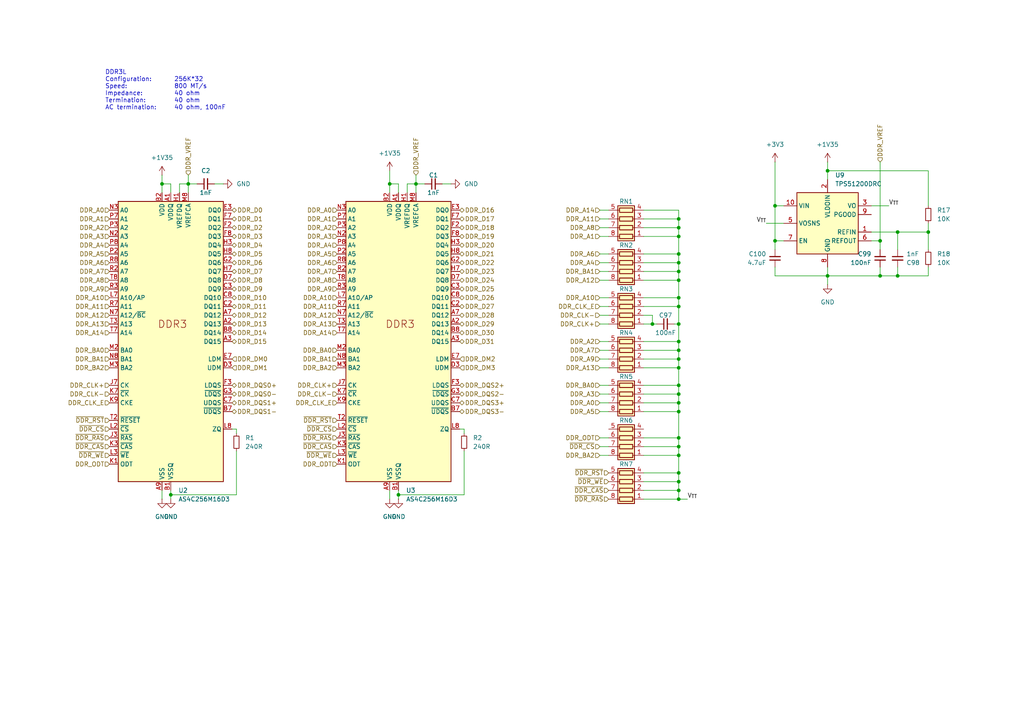
<source format=kicad_sch>
(kicad_sch (version 20231120) (generator "eeschema") (generator_version "8.0")
  (paper "A4")
  (lib_symbols
    (symbol "Device:C_Small" (pin_numbers hide) (pin_names (offset 0.254) hide)
      (property "Reference" "C" (at 0.254 1.778 0))
      (property "Value" "C_Small" (at 0.254 -2.032 0))
      (symbol "C_Small_0_1"
        (polyline (pts (xy -1.524 -0.508) (xy 1.524 -0.508)) (stroke (width 0.3302)))
        (polyline (pts (xy -1.524 0.508) (xy 1.524 0.508)) (stroke (width 0.3048)))
      )
      (symbol "C_Small_1_1"
        (pin passive line (at 0 2.54 270) (length 2.032) (name "~") (number "1"))
        (pin passive line (at 0 -2.54 90) (length 2.032) (name "~") (number "2"))
      )
    )
    (symbol "Device:R_Pack04" (pin_names (offset 0) hide)
      (property "Reference" "RN" (at -7.62 0 90))
      (property "Value" "R_Pack04" (at 5.08 0 90))
      (symbol "R_Pack04_0_1"
        (rectangle (start -6.35 -2.413) (end 3.81 2.413) (stroke (width 0.254)) (fill (type background)))
        (rectangle (start -5.715 1.905) (end -4.445 -1.905) (stroke (width 0.254)))
        (rectangle (start -3.175 1.905) (end -1.905 -1.905) (stroke (width 0.254)))
        (rectangle (start -0.635 1.905) (end 0.635 -1.905) (stroke (width 0.254)))
        (polyline (pts (xy -5.08 -2.54) (xy -5.08 -1.905)))
        (polyline (pts (xy -5.08 1.905) (xy -5.08 2.54)))
        (polyline (pts (xy -2.54 -2.54) (xy -2.54 -1.905)))
        (polyline (pts (xy -2.54 1.905) (xy -2.54 2.54)))
        (polyline (pts (xy 0 -2.54) (xy 0 -1.905)))
        (polyline (pts (xy 0 1.905) (xy 0 2.54)))
        (polyline (pts (xy 2.54 -2.54) (xy 2.54 -1.905)))
        (polyline (pts (xy 2.54 1.905) (xy 2.54 2.54)))
        (rectangle (start 1.905 1.905) (end 3.175 -1.905) (stroke (width 0.254)))
      )
      (symbol "R_Pack04_1_1"
        (pin passive line (at -5.08 -5.08 90) (length 2.54) (name "R1.1") (number "1"))
        (pin passive line (at -2.54 -5.08 90) (length 2.54) (name "R2.1") (number "2"))
        (pin passive line (at 0 -5.08 90) (length 2.54) (name "R3.1") (number "3"))
        (pin passive line (at 2.54 -5.08 90) (length 2.54) (name "R4.1") (number "4"))
        (pin passive line (at 2.54 5.08 270) (length 2.54) (name "R4.2") (number "5"))
        (pin passive line (at 0 5.08 270) (length 2.54) (name "R3.2") (number "6"))
        (pin passive line (at -2.54 5.08 270) (length 2.54) (name "R2.2") (number "7"))
        (pin passive line (at -5.08 5.08 270) (length 2.54) (name "R1.2") (number "8"))
      )
    )
    (symbol "Device:R_Small" (pin_numbers hide) (pin_names (offset 0.254) hide)
      (property "Reference" "R" (at 0.762 0.508 0))
      (property "Value" "R_Small" (at 0.762 -1.016 0))
      (symbol "R_Small_0_1"
        (rectangle (start -0.762 1.778) (end 0.762 -1.778) (stroke (width 0.2032)))
      )
      (symbol "R_Small_1_1"
        (pin passive line (at 0 2.54 270) (length 0.762) (name "~") (number "1"))
        (pin passive line (at 0 -2.54 90) (length 0.762) (name "~") (number "2"))
      )
    )
    (symbol "Memory_RAM:AS4C256M16D3"
      (property "Reference" "U" (at -13.97 41.91 0))
      (property "Value" "AS4C256M16D3" (at 13.97 41.91 0))
      (symbol "AS4C256M16D3_0_1"
        (rectangle (start -15.24 -40.64) (end 15.24 40.64) (stroke (width 0.254)) (fill (type background)))
        (pin power_in line (at 0 43.18 270) (length 2.54) (name "VDDQ") (number "A1"))
        (pin passive line (at 0 43.18 270) (length 2.54) hide (name "VDDQ") (number "A8"))
        (pin power_in line (at -2.54 -43.18 90) (length 2.54) (name "VSS") (number "A9"))
        (pin power_in line (at 0 -43.18 90) (length 2.54) (name "VSSQ") (number "B1"))
        (pin power_in line (at -2.54 43.18 270) (length 2.54) (name "VDD") (number "B2"))
        (pin passive line (at -2.54 -43.18 90) (length 2.54) hide (name "VSS") (number "B3"))
        (pin passive line (at 0 -43.18 90) (length 2.54) hide (name "VSSQ") (number "B9"))
        (pin passive line (at 0 43.18 270) (length 2.54) hide (name "VDDQ") (number "C1"))
        (pin passive line (at 0 43.18 270) (length 2.54) hide (name "VDDQ") (number "C9"))
        (pin passive line (at 0 -43.18 90) (length 2.54) hide (name "VSSQ") (number "D1"))
        (pin passive line (at 0 43.18 270) (length 2.54) hide (name "VDDQ") (number "D2"))
        (pin passive line (at 0 -43.18 90) (length 2.54) hide (name "VSSQ") (number "D8"))
        (pin passive line (at -2.54 43.18 270) (length 2.54) hide (name "VDD") (number "D9"))
        (pin passive line (at -2.54 -43.18 90) (length 2.54) hide (name "VSS") (number "E1"))
        (pin passive line (at 0 -43.18 90) (length 2.54) hide (name "VSSQ") (number "E2"))
        (pin bidirectional line (at 17.78 38.1 180) (length 2.54) (name "DQ0") (number "E3"))
        (pin passive line (at 0 -43.18 90) (length 2.54) hide (name "VSSQ") (number "E8"))
        (pin passive line (at 0 43.18 270) (length 2.54) hide (name "VDDQ") (number "E9"))
        (pin passive line (at 0 43.18 270) (length 2.54) hide (name "VDDQ") (number "F1"))
        (pin bidirectional line (at 17.78 33.02 180) (length 2.54) (name "DQ2") (number "F2"))
        (pin bidirectional line (at 17.78 35.56 180) (length 2.54) (name "DQ1") (number "F7"))
        (pin bidirectional line (at 17.78 30.48 180) (length 2.54) (name "DQ3") (number "F8"))
        (pin passive line (at 0 -43.18 90) (length 2.54) hide (name "VSSQ") (number "F9"))
        (pin passive line (at 0 -43.18 90) (length 2.54) hide (name "VSSQ") (number "G1"))
        (pin bidirectional line (at 17.78 22.86 180) (length 2.54) (name "DQ6") (number "G2"))
        (pin passive line (at -2.54 43.18 270) (length 2.54) hide (name "VDD") (number "G7"))
        (pin passive line (at -2.54 -43.18 90) (length 2.54) hide (name "VSS") (number "G8"))
        (pin passive line (at 0 -43.18 90) (length 2.54) hide (name "VSSQ") (number "G9"))
        (pin power_in line (at 2.54 43.18 270) (length 2.54) (name "VREFDQ") (number "H1"))
        (pin passive line (at 0 43.18 270) (length 2.54) hide (name "VDDQ") (number "H2"))
        (pin bidirectional line (at 17.78 27.94 180) (length 2.54) (name "DQ4") (number "H3"))
        (pin bidirectional line (at 17.78 20.32 180) (length 2.54) (name "DQ7") (number "H7"))
        (pin bidirectional line (at 17.78 25.4 180) (length 2.54) (name "DQ5") (number "H8"))
        (pin passive line (at 0 43.18 270) (length 2.54) hide (name "VDDQ") (number "H9"))
        (pin passive line (at -2.54 -43.18 90) (length 2.54) hide (name "VSS") (number "J2"))
        (pin passive line (at -2.54 -43.18 90) (length 2.54) hide (name "VSS") (number "J8"))
        (pin passive line (at -2.54 43.18 270) (length 2.54) hide (name "VDD") (number "K2"))
        (pin passive line (at -2.54 43.18 270) (length 2.54) hide (name "VDD") (number "K8"))
        (pin input line (at -17.78 -25.4 0) (length 2.54) (name "~{CS}") (number "L2"))
        (pin input line (at -17.78 12.7 0) (length 2.54) (name "A10/AP") (number "L7"))
        (pin passive line (at -2.54 -43.18 90) (length 2.54) hide (name "VSS") (number "M1"))
        (pin passive line (at -2.54 -43.18 90) (length 2.54) hide (name "VSS") (number "M9"))
        (pin passive line (at -2.54 43.18 270) (length 2.54) hide (name "VDD") (number "N1"))
        (pin input line (at -17.78 30.48 0) (length 2.54) (name "A3") (number "N2"))
        (pin input line (at -17.78 38.1 0) (length 2.54) (name "A0") (number "N3"))
        (pin input line (at -17.78 7.62 0) (length 2.54) (name "A12/~{BC}") (number "N7"))
        (pin passive line (at -2.54 43.18 270) (length 2.54) hide (name "VDD") (number "N9"))
        (pin passive line (at -2.54 -43.18 90) (length 2.54) hide (name "VSS") (number "P1"))
        (pin input line (at -17.78 25.4 0) (length 2.54) (name "A5") (number "P2"))
        (pin input line (at -17.78 33.02 0) (length 2.54) (name "A2") (number "P3"))
        (pin input line (at -17.78 35.56 0) (length 2.54) (name "A1") (number "P7"))
        (pin input line (at -17.78 27.94 0) (length 2.54) (name "A4") (number "P8"))
        (pin passive line (at -2.54 -43.18 90) (length 2.54) hide (name "VSS") (number "P9"))
        (pin passive line (at -2.54 43.18 270) (length 2.54) hide (name "VDD") (number "R1"))
        (pin input line (at -17.78 20.32 0) (length 2.54) (name "A7") (number "R2"))
        (pin input line (at -17.78 15.24 0) (length 2.54) (name "A9") (number "R3"))
        (pin input line (at -17.78 10.16 0) (length 2.54) (name "A11") (number "R7"))
        (pin input line (at -17.78 22.86 0) (length 2.54) (name "A6") (number "R8"))
        (pin passive line (at -2.54 43.18 270) (length 2.54) hide (name "VDD") (number "R9"))
        (pin passive line (at -2.54 -43.18 90) (length 2.54) hide (name "VSS") (number "T1"))
        (pin input line (at -17.78 -22.86 0) (length 2.54) (name "~{RESET}") (number "T2"))
        (pin input line (at -17.78 5.08 0) (length 2.54) (name "A13") (number "T3"))
        (pin input line (at -17.78 2.54 0) (length 2.54) (name "A14") (number "T7"))
        (pin input line (at -17.78 17.78 0) (length 2.54) (name "A8") (number "T8"))
        (pin passive line (at -2.54 -43.18 90) (length 2.54) hide (name "VSS") (number "T9"))
      )
      (symbol "AS4C256M16D3_1_1"
        (text "DDR3" (at -3.81 3.81 0) (effects (font (size 2.1336 2.1336)) (justify left bottom)))
        (pin bidirectional line (at 17.78 5.08 180) (length 2.54) (name "DQ13") (number "A2"))
        (pin bidirectional line (at 17.78 0 180) (length 2.54) (name "DQ15") (number "A3"))
        (pin bidirectional line (at 17.78 7.62 180) (length 2.54) (name "DQ12") (number "A7"))
        (pin bidirectional line (at 17.78 -20.32 180) (length 2.54) (name "~{UDQS}") (number "B7"))
        (pin bidirectional line (at 17.78 2.54 180) (length 2.54) (name "DQ14") (number "B8"))
        (pin bidirectional line (at 17.78 10.16 180) (length 2.54) (name "DQ11") (number "C2"))
        (pin bidirectional line (at 17.78 15.24 180) (length 2.54) (name "DQ9") (number "C3"))
        (pin bidirectional line (at 17.78 -17.78 180) (length 2.54) (name "UDQS") (number "C7"))
        (pin bidirectional line (at 17.78 12.7 180) (length 2.54) (name "DQ10") (number "C8"))
        (pin input line (at 17.78 -7.62 180) (length 2.54) (name "UDM") (number "D3"))
        (pin bidirectional line (at 17.78 17.78 180) (length 2.54) (name "DQ8") (number "D7"))
        (pin input line (at 17.78 -5.08 180) (length 2.54) (name "LDM") (number "E7"))
        (pin bidirectional line (at 17.78 -12.7 180) (length 2.54) (name "LDQS") (number "F3"))
        (pin bidirectional line (at 17.78 -15.24 180) (length 2.54) (name "~{LDQS}") (number "G3"))
        (pin no_connect line (at 15.24 -27.94 180) (length 2.54) hide (name "NC") (number "J1"))
        (pin input line (at -17.78 -27.94 0) (length 2.54) (name "~{RAS}") (number "J3"))
        (pin input line (at -17.78 -12.7 0) (length 2.54) (name "CK") (number "J7"))
        (pin no_connect line (at 15.24 -30.48 180) (length 2.54) hide (name "NC") (number "J9"))
        (pin input line (at -17.78 -35.56 0) (length 2.54) (name "ODT") (number "K1"))
        (pin input line (at -17.78 -30.48 0) (length 2.54) (name "~{CAS}") (number "K3"))
        (pin input line (at -17.78 -15.24 0) (length 2.54) (name "~{CK}") (number "K7"))
        (pin input line (at -17.78 -17.78 0) (length 2.54) (name "CKE") (number "K9"))
        (pin no_connect line (at 15.24 -33.02 180) (length 2.54) hide (name "NC") (number "L1"))
        (pin input line (at -17.78 -33.02 0) (length 2.54) (name "~{WE}") (number "L3"))
        (pin input line (at 17.78 -25.4 180) (length 2.54) (name "ZQ") (number "L8"))
        (pin no_connect line (at 15.24 -35.56 180) (length 2.54) hide (name "NC") (number "L9"))
        (pin input line (at -17.78 -2.54 0) (length 2.54) (name "BA0") (number "M2"))
        (pin input line (at -17.78 -7.62 0) (length 2.54) (name "BA2") (number "M3"))
        (pin no_connect line (at 15.24 -38.1 180) (length 2.54) hide (name "NC") (number "M7"))
        (pin power_in line (at 5.08 43.18 270) (length 2.54) (name "VREFCA") (number "M8"))
        (pin input line (at -17.78 -5.08 0) (length 2.54) (name "BA1") (number "N8"))
      )
    )
    (symbol "Regulator_Linear:TPS51200DRC"
      (property "Reference" "U" (at -7.62 10.16 0))
      (property "Value" "TPS51200DRC" (at 7.62 10.16 0))
      (symbol "TPS51200DRC_0_1"
        (rectangle (start -8.89 -8.89) (end 8.89 8.89) (stroke (width 0.254)) (fill (type background)))
        (pin input line (at 12.7 -2.54 180) (length 3.81) (name "REFIN") (number "1"))
        (pin power_in line (at -12.7 5.08 0) (length 3.81) (name "VIN") (number "10"))
        (pin passive line (at 0 -12.7 90) (length 3.81) hide (name "GND") (number "11"))
        (pin power_in line (at 0 12.7 270) (length 3.81) (name "VLDOIN") (number "2"))
        (pin power_out line (at 12.7 5.08 180) (length 3.81) (name "VO") (number "3"))
        (pin passive line (at 0 -12.7 90) (length 3.81) hide (name "GND") (number "4"))
        (pin input line (at -12.7 0 0) (length 3.81) (name "VOSNS") (number "5"))
        (pin output line (at 12.7 -5.08 180) (length 3.81) (name "REFOUT") (number "6"))
        (pin input line (at -12.7 -5.08 0) (length 3.81) (name "EN") (number "7"))
        (pin power_in line (at 0 -12.7 90) (length 3.81) (name "GND") (number "8"))
        (pin open_collector line (at 12.7 2.54 180) (length 3.81) (name "PGOOD") (number "9"))
      )
    )
    (symbol "power:+1V35" (power) (pin_numbers hide) (pin_names (offset 0) hide)
      (property "Value" "+1V35" (at 0 3.556 0))
      (symbol "+1V35_0_1"
        (polyline (pts (xy -0.762 1.27) (xy 0 2.54)))
        (polyline (pts (xy 0 0) (xy 0 2.54)))
        (polyline (pts (xy 0 2.54) (xy 0.762 1.27)))
      )
      (symbol "+1V35_1_1"
        (pin power_in line (at 0 0 90) (length 0) (name "~") (number "1"))
      )
    )
    (symbol "power:+3V3" (power) (pin_numbers hide) (pin_names (offset 0) hide)
      (property "Value" "+3V3" (at 0 3.556 0))
      (symbol "+3V3_0_1"
        (polyline (pts (xy -0.762 1.27) (xy 0 2.54)))
        (polyline (pts (xy 0 0) (xy 0 2.54)))
        (polyline (pts (xy 0 2.54) (xy 0.762 1.27)))
      )
      (symbol "+3V3_1_1"
        (pin power_in line (at 0 0 90) (length 0) (name "~") (number "1"))
      )
    )
    (symbol "power:GND" (power) (pin_numbers hide) (pin_names (offset 0) hide)
      (property "Value" "GND" (at 0 -3.81 0))
      (symbol "GND_0_1"
        (polyline (pts (xy 0 0) (xy 0 -1.27) (xy 1.27 -1.27) (xy 0 -2.54) (xy -1.27 -1.27) (xy 0 -1.27)))
      )
      (symbol "GND_1_1"
        (pin power_in line (at 0 0 270) (length 0) (name "~") (number "1"))
      )
    )
  )
  (junction (at 196.85 114.3))
  (junction (at 113.03 53.34))
  (junction (at 196.85 81.28))
  (junction (at 196.85 127))
  (junction (at 196.85 93.98))
  (junction (at 196.85 68.58))
  (junction (at 196.85 116.84))
  (junction (at 196.85 101.6))
  (junction (at 255.27 69.85))
  (junction (at 255.27 80.01))
  (junction (at 196.85 104.14))
  (junction (at 196.85 132.08))
  (junction (at 115.57 143.51))
  (junction (at 269.24 67.31))
  (junction (at 196.85 78.74))
  (junction (at 196.85 66.04))
  (junction (at 260.35 67.31))
  (junction (at 240.03 80.01))
  (junction (at 240.03 49.53))
  (junction (at 196.85 111.76))
  (junction (at 49.53 143.51))
  (junction (at 196.85 73.66))
  (junction (at 196.85 144.78))
  (junction (at 224.79 59.69))
  (junction (at 196.85 99.06))
  (junction (at 196.85 76.2))
  (junction (at 196.85 106.68))
  (junction (at 224.79 69.85))
  (junction (at 196.85 142.24))
  (junction (at 196.85 119.38))
  (junction (at 260.35 80.01))
  (junction (at 46.99 53.34))
  (junction (at 120.65 53.34))
  (junction (at 189.23 93.98))
  (junction (at 196.85 88.9))
  (junction (at 196.85 86.36))
  (junction (at 196.85 137.16))
  (junction (at 196.85 63.5))
  (junction (at 196.85 139.7))
  (junction (at 54.61 53.34))
  (junction (at 196.85 129.54))
  (wire (pts (xy 186.69 111.76) (xy 196.85 111.76)))
  (wire (pts (xy 196.85 81.28) (xy 196.85 86.36)))
  (wire (pts (xy 196.85 73.66) (xy 196.85 76.2)))
  (wire (pts (xy 115.57 53.34) (xy 113.03 53.34)))
  (wire (pts (xy 57.15 53.34) (xy 54.61 53.34)))
  (wire (pts (xy 173.99 91.44) (xy 176.53 91.44)))
  (wire (pts (xy 186.69 129.54) (xy 196.85 129.54)))
  (wire (pts (xy 240.03 46.99) (xy 240.03 49.53)))
  (wire (pts (xy 46.99 53.34) (xy 46.99 55.88)))
  (wire (pts (xy 134.62 130.81) (xy 134.62 143.51)))
  (wire (pts (xy 46.99 50.8) (xy 46.99 53.34)))
  (wire (pts (xy 196.85 132.08) (xy 196.85 129.54)))
  (wire (pts (xy 52.07 53.34) (xy 54.61 53.34)))
  (wire (pts (xy 133.35 124.46) (xy 134.62 124.46)))
  (wire (pts (xy 224.79 69.85) (xy 224.79 72.39)))
  (wire (pts (xy 255.27 80.01) (xy 240.03 80.01)))
  (wire (pts (xy 128.27 53.34) (xy 130.81 53.34)))
  (wire (pts (xy 196.85 60.96) (xy 196.85 63.5)))
  (wire (pts (xy 196.85 114.3) (xy 196.85 111.76)))
  (wire (pts (xy 54.61 50.8) (xy 54.61 53.34)))
  (wire (pts (xy 134.62 143.51) (xy 115.57 143.51)))
  (wire (pts (xy 186.69 106.68) (xy 196.85 106.68)))
  (wire (pts (xy 186.69 99.06) (xy 196.85 99.06)))
  (wire (pts (xy 173.99 127) (xy 176.53 127)))
  (wire (pts (xy 240.03 80.01) (xy 240.03 77.47)))
  (wire (pts (xy 186.69 144.78) (xy 196.85 144.78)))
  (wire (pts (xy 173.99 129.54) (xy 176.53 129.54)))
  (wire (pts (xy 173.99 93.98) (xy 176.53 93.98)))
  (wire (pts (xy 196.85 63.5) (xy 196.85 66.04)))
  (wire (pts (xy 173.99 63.5) (xy 176.53 63.5)))
  (wire (pts (xy 68.58 143.51) (xy 49.53 143.51)))
  (wire (pts (xy 173.99 111.76) (xy 176.53 111.76)))
  (wire (pts (xy 134.62 124.46) (xy 134.62 125.73)))
  (wire (pts (xy 186.69 132.08) (xy 196.85 132.08)))
  (wire (pts (xy 269.24 67.31) (xy 260.35 67.31)))
  (wire (pts (xy 196.85 88.9) (xy 196.85 93.98)))
  (wire (pts (xy 222.25 64.77) (xy 227.33 64.77)))
  (wire (pts (xy 269.24 64.77) (xy 269.24 67.31)))
  (wire (pts (xy 186.69 101.6) (xy 196.85 101.6)))
  (wire (pts (xy 255.27 77.47) (xy 255.27 80.01)))
  (wire (pts (xy 196.85 93.98) (xy 195.58 93.98)))
  (wire (pts (xy 186.69 63.5) (xy 196.85 63.5)))
  (wire (pts (xy 269.24 77.47) (xy 269.24 80.01)))
  (wire (pts (xy 240.03 82.55) (xy 240.03 80.01)))
  (wire (pts (xy 186.69 66.04) (xy 196.85 66.04)))
  (wire (pts (xy 62.23 53.34) (xy 64.77 53.34)))
  (wire (pts (xy 196.85 137.16) (xy 196.85 139.7)))
  (wire (pts (xy 196.85 101.6) (xy 196.85 104.14)))
  (wire (pts (xy 190.5 93.98) (xy 189.23 93.98)))
  (wire (pts (xy 196.85 116.84) (xy 196.85 114.3)))
  (wire (pts (xy 186.69 142.24) (xy 196.85 142.24)))
  (wire (pts (xy 173.99 68.58) (xy 176.53 68.58)))
  (wire (pts (xy 113.03 49.53) (xy 113.03 53.34)))
  (wire (pts (xy 240.03 49.53) (xy 240.03 52.07)))
  (wire (pts (xy 196.85 99.06) (xy 196.85 101.6)))
  (wire (pts (xy 68.58 124.46) (xy 68.58 125.73)))
  (wire (pts (xy 118.11 53.34) (xy 120.65 53.34)))
  (wire (pts (xy 113.03 142.24) (xy 113.03 144.78)))
  (wire (pts (xy 173.99 60.96) (xy 176.53 60.96)))
  (wire (pts (xy 269.24 49.53) (xy 240.03 49.53)))
  (wire (pts (xy 173.99 114.3) (xy 176.53 114.3)))
  (wire (pts (xy 186.69 119.38) (xy 196.85 119.38)))
  (wire (pts (xy 260.35 80.01) (xy 255.27 80.01)))
  (wire (pts (xy 186.69 88.9) (xy 196.85 88.9)))
  (wire (pts (xy 186.69 139.7) (xy 196.85 139.7)))
  (wire (pts (xy 49.53 143.51) (xy 49.53 144.78)))
  (wire (pts (xy 260.35 67.31) (xy 260.35 72.39)))
  (wire (pts (xy 186.69 127) (xy 196.85 127)))
  (wire (pts (xy 196.85 60.96) (xy 186.69 60.96)))
  (wire (pts (xy 173.99 104.14) (xy 176.53 104.14)))
  (wire (pts (xy 186.69 93.98) (xy 189.23 93.98)))
  (wire (pts (xy 67.31 124.46) (xy 68.58 124.46)))
  (wire (pts (xy 49.53 53.34) (xy 46.99 53.34)))
  (wire (pts (xy 52.07 55.88) (xy 52.07 53.34)))
  (wire (pts (xy 115.57 142.24) (xy 115.57 143.51)))
  (wire (pts (xy 196.85 142.24) (xy 196.85 139.7)))
  (wire (pts (xy 252.73 67.31) (xy 260.35 67.31)))
  (wire (pts (xy 186.69 104.14) (xy 196.85 104.14)))
  (wire (pts (xy 120.65 50.8) (xy 120.65 53.34)))
  (wire (pts (xy 186.69 73.66) (xy 196.85 73.66)))
  (wire (pts (xy 173.99 76.2) (xy 176.53 76.2)))
  (wire (pts (xy 120.65 53.34) (xy 120.65 55.88)))
  (wire (pts (xy 46.99 142.24) (xy 46.99 144.78)))
  (wire (pts (xy 68.58 130.81) (xy 68.58 143.51)))
  (wire (pts (xy 196.85 78.74) (xy 196.85 81.28)))
  (wire (pts (xy 189.23 91.44) (xy 189.23 93.98)))
  (wire (pts (xy 196.85 68.58) (xy 196.85 73.66)))
  (wire (pts (xy 196.85 99.06) (xy 196.85 93.98)))
  (wire (pts (xy 255.27 46.99) (xy 255.27 69.85)))
  (wire (pts (xy 186.69 91.44) (xy 189.23 91.44)))
  (wire (pts (xy 173.99 119.38) (xy 176.53 119.38)))
  (wire (pts (xy 186.69 116.84) (xy 196.85 116.84)))
  (wire (pts (xy 224.79 80.01) (xy 240.03 80.01)))
  (wire (pts (xy 260.35 77.47) (xy 260.35 80.01)))
  (wire (pts (xy 255.27 69.85) (xy 255.27 72.39)))
  (wire (pts (xy 118.11 55.88) (xy 118.11 53.34)))
  (wire (pts (xy 269.24 80.01) (xy 260.35 80.01)))
  (wire (pts (xy 173.99 132.08) (xy 176.53 132.08)))
  (wire (pts (xy 186.69 114.3) (xy 196.85 114.3)))
  (wire (pts (xy 123.19 53.34) (xy 120.65 53.34)))
  (wire (pts (xy 196.85 76.2) (xy 196.85 78.74)))
  (wire (pts (xy 252.73 69.85) (xy 255.27 69.85)))
  (wire (pts (xy 199.39 144.78) (xy 196.85 144.78)))
  (wire (pts (xy 173.99 99.06) (xy 176.53 99.06)))
  (wire (pts (xy 196.85 86.36) (xy 196.85 88.9)))
  (wire (pts (xy 173.99 73.66) (xy 176.53 73.66)))
  (wire (pts (xy 269.24 72.39) (xy 269.24 67.31)))
  (wire (pts (xy 196.85 144.78) (xy 196.85 142.24)))
  (wire (pts (xy 224.79 59.69) (xy 227.33 59.69)))
  (wire (pts (xy 173.99 81.28) (xy 176.53 81.28)))
  (wire (pts (xy 224.79 69.85) (xy 227.33 69.85)))
  (wire (pts (xy 196.85 132.08) (xy 196.85 137.16)))
  (wire (pts (xy 186.69 78.74) (xy 196.85 78.74)))
  (wire (pts (xy 115.57 143.51) (xy 115.57 144.78)))
  (wire (pts (xy 196.85 111.76) (xy 196.85 106.68)))
  (wire (pts (xy 173.99 86.36) (xy 176.53 86.36)))
  (wire (pts (xy 186.69 81.28) (xy 196.85 81.28)))
  (wire (pts (xy 49.53 142.24) (xy 49.53 143.51)))
  (wire (pts (xy 173.99 66.04) (xy 176.53 66.04)))
  (wire (pts (xy 224.79 46.99) (xy 224.79 59.69)))
  (wire (pts (xy 196.85 119.38) (xy 196.85 116.84)))
  (wire (pts (xy 196.85 66.04) (xy 196.85 68.58)))
  (wire (pts (xy 186.69 137.16) (xy 196.85 137.16)))
  (wire (pts (xy 54.61 53.34) (xy 54.61 55.88)))
  (wire (pts (xy 186.69 76.2) (xy 196.85 76.2)))
  (wire (pts (xy 186.69 68.58) (xy 196.85 68.58)))
  (wire (pts (xy 224.79 77.47) (xy 224.79 80.01)))
  (wire (pts (xy 186.69 86.36) (xy 196.85 86.36)))
  (wire (pts (xy 49.53 55.88) (xy 49.53 53.34)))
  (wire (pts (xy 173.99 78.74) (xy 176.53 78.74)))
  (wire (pts (xy 196.85 119.38) (xy 196.85 127)))
  (wire (pts (xy 196.85 129.54) (xy 196.85 127)))
  (wire (pts (xy 196.85 106.68) (xy 196.85 104.14)))
  (wire (pts (xy 173.99 106.68) (xy 176.53 106.68)))
  (wire (pts (xy 224.79 59.69) (xy 224.79 69.85)))
  (wire (pts (xy 252.73 59.69) (xy 257.81 59.69)))
  (wire (pts (xy 173.99 116.84) (xy 176.53 116.84)))
  (wire (pts (xy 269.24 59.69) (xy 269.24 49.53)))
  (wire (pts (xy 113.03 53.34) (xy 113.03 55.88)))
  (wire (pts (xy 115.57 55.88) (xy 115.57 53.34)))
  (wire (pts (xy 173.99 88.9) (xy 176.53 88.9)))
  (wire (pts (xy 173.99 101.6) (xy 176.53 101.6)))
  (text "DDR3L\nConfiguration:	256K*32\nSpeed:     		800 MT/s\nImpedance:		40 ohm\nTermination:	40 ohm\nAC termination:	40 ohm, 100nF" (at 30.48 20.32 0) (effects (font (size 1.27 1.27)) (justify left top)))
  (label "V_{TT}" (at 257.81 59.69 0))
  (label "V_{TT}" (at 222.25 64.77 180))
  (label "V_{TT}" (at 199.39 144.78 0))
  (hierarchical_label "DDR_D30" (shape bidirectional) (at 133.35 96.52 0))
  (hierarchical_label "DDR_A14" (shape input) (at 173.99 60.96 180))
  (hierarchical_label "DDR_A7" (shape input) (at 97.79 78.74 180))
  (hierarchical_label "DDR_D2" (shape bidirectional) (at 67.31 66.04 0))
  (hierarchical_label "DDR_D26" (shape bidirectional) (at 133.35 86.36 0))
  (hierarchical_label "DDR_DQS2-" (shape bidirectional) (at 133.35 114.3 0))
  (hierarchical_label "DDR_DQS0+" (shape bidirectional) (at 67.31 111.76 0))
  (hierarchical_label "DDR_D12" (shape bidirectional) (at 67.31 91.44 0))
  (hierarchical_label "~{DDR_RST}" (shape input) (at 176.53 137.16 180))
  (hierarchical_label "DDR_A11" (shape input) (at 173.99 63.5 180))
  (hierarchical_label "~{DDR_CS}" (shape input) (at 31.75 124.46 180))
  (hierarchical_label "DDR_A4" (shape input) (at 173.99 76.2 180))
  (hierarchical_label "DDR_A6" (shape input) (at 97.79 76.2 180))
  (hierarchical_label "DDR_VREF" (shape input) (at 54.61 50.8 90))
  (hierarchical_label "DDR_D8" (shape bidirectional) (at 67.31 81.28 0))
  (hierarchical_label "DDR_A0" (shape input) (at 97.79 60.96 180))
  (hierarchical_label "DDR_DQS3+" (shape bidirectional) (at 133.35 116.84 0))
  (hierarchical_label "DDR_A1" (shape input) (at 31.75 63.5 180))
  (hierarchical_label "DDR_A1" (shape input) (at 97.79 63.5 180))
  (hierarchical_label "DDR_D11" (shape bidirectional) (at 67.31 88.9 0))
  (hierarchical_label "~{DDR_CS}" (shape input) (at 173.99 129.54 180))
  (hierarchical_label "DDR_CLK-" (shape input) (at 97.79 114.3 180))
  (hierarchical_label "~{DDR_WE}" (shape input) (at 97.79 132.08 180))
  (hierarchical_label "~{DDR_RAS}" (shape input) (at 31.75 127 180))
  (hierarchical_label "DDR_BA0" (shape input) (at 97.79 101.6 180))
  (hierarchical_label "DDR_A10" (shape input) (at 173.99 86.36 180))
  (hierarchical_label "DDR_A5" (shape input) (at 173.99 119.38 180))
  (hierarchical_label "DDR_A8" (shape input) (at 173.99 66.04 180))
  (hierarchical_label "DDR_DQS1-" (shape bidirectional) (at 67.31 119.38 0))
  (hierarchical_label "DDR_D24" (shape bidirectional) (at 133.35 81.28 0))
  (hierarchical_label "DDR_A8" (shape input) (at 97.79 81.28 180))
  (hierarchical_label "DDR_A12" (shape input) (at 173.99 81.28 180))
  (hierarchical_label "DDR_A6" (shape input) (at 173.99 73.66 180))
  (hierarchical_label "DDR_D5" (shape bidirectional) (at 67.31 73.66 0))
  (hierarchical_label "~{DDR_CAS}" (shape input) (at 31.75 129.54 180))
  (hierarchical_label "DDR_D15" (shape bidirectional) (at 67.31 99.06 0))
  (hierarchical_label "DDR_D4" (shape bidirectional) (at 67.31 71.12 0))
  (hierarchical_label "DDR_BA2" (shape input) (at 31.75 106.68 180))
  (hierarchical_label "DDR_BA0" (shape input) (at 31.75 101.6 180))
  (hierarchical_label "~{DDR_WE}" (shape input) (at 31.75 132.08 180))
  (hierarchical_label "DDR_A9" (shape input) (at 31.75 83.82 180))
  (hierarchical_label "DDR_ODT" (shape input) (at 97.79 134.62 180))
  (hierarchical_label "~{DDR_WE}" (shape input) (at 176.53 139.7 180))
  (hierarchical_label "DDR_D19" (shape bidirectional) (at 133.35 68.58 0))
  (hierarchical_label "DDR_A14" (shape input) (at 31.75 96.52 180))
  (hierarchical_label "DDR_D13" (shape bidirectional) (at 67.31 93.98 0))
  (hierarchical_label "DDR_A4" (shape input) (at 97.79 71.12 180))
  (hierarchical_label "DDR_DQS3-" (shape bidirectional) (at 133.35 119.38 0))
  (hierarchical_label "DDR_A3" (shape input) (at 173.99 114.3 180))
  (hierarchical_label "DDR_A7" (shape input) (at 173.99 101.6 180))
  (hierarchical_label "DDR_VREF" (shape input) (at 120.65 50.8 90))
  (hierarchical_label "DDR_D14" (shape bidirectional) (at 67.31 96.52 0))
  (hierarchical_label "DDR_CLK+" (shape input) (at 31.75 111.76 180))
  (hierarchical_label "DDR_D27" (shape bidirectional) (at 133.35 88.9 0))
  (hierarchical_label "DDR_D0" (shape bidirectional) (at 67.31 60.96 0))
  (hierarchical_label "~{DDR_RAS}" (shape input) (at 176.53 144.78 180))
  (hierarchical_label "DDR_DM3" (shape input) (at 133.35 106.68 0))
  (hierarchical_label "DDR_D20" (shape bidirectional) (at 133.35 71.12 0))
  (hierarchical_label "~{DDR_RST}" (shape input) (at 31.75 121.92 180))
  (hierarchical_label "DDR_BA1" (shape input) (at 31.75 104.14 180))
  (hierarchical_label "DDR_A4" (shape input) (at 31.75 71.12 180))
  (hierarchical_label "DDR_CLK_E" (shape input) (at 97.79 116.84 180))
  (hierarchical_label "DDR_DM2" (shape input) (at 133.35 104.14 0))
  (hierarchical_label "~{DDR_RST}" (shape input) (at 97.79 121.92 180))
  (hierarchical_label "DDR_A10" (shape input) (at 97.79 86.36 180))
  (hierarchical_label "DDR_A0" (shape input) (at 31.75 60.96 180))
  (hierarchical_label "DDR_D31" (shape bidirectional) (at 133.35 99.06 0))
  (hierarchical_label "DDR_D18" (shape bidirectional) (at 133.35 66.04 0))
  (hierarchical_label "DDR_A14" (shape input) (at 97.79 96.52 180))
  (hierarchical_label "DDR_D16" (shape bidirectional) (at 133.35 60.96 0))
  (hierarchical_label "DDR_DQS0-" (shape bidirectional) (at 67.31 114.3 0))
  (hierarchical_label "DDR_ODT" (shape input) (at 173.99 127 180))
  (hierarchical_label "DDR_A10" (shape input) (at 31.75 86.36 180))
  (hierarchical_label "DDR_A0" (shape input) (at 173.99 116.84 180))
  (hierarchical_label "DDR_A7" (shape input) (at 31.75 78.74 180))
  (hierarchical_label "DDR_A3" (shape input) (at 97.79 68.58 180))
  (hierarchical_label "DDR_D22" (shape bidirectional) (at 133.35 76.2 0))
  (hierarchical_label "~{DDR_CS}" (shape input) (at 97.79 124.46 180))
  (hierarchical_label "DDR_ODT" (shape input) (at 31.75 134.62 180))
  (hierarchical_label "DDR_D6" (shape bidirectional) (at 67.31 76.2 0))
  (hierarchical_label "DDR_A11" (shape input) (at 97.79 88.9 180))
  (hierarchical_label "DDR_CLK_E" (shape input) (at 31.75 116.84 180))
  (hierarchical_label "DDR_A9" (shape input) (at 173.99 104.14 180))
  (hierarchical_label "DDR_CLK_E" (shape input) (at 173.99 88.9 180))
  (hierarchical_label "DDR_A3" (shape input) (at 31.75 68.58 180))
  (hierarchical_label "DDR_CLK+" (shape input) (at 97.79 111.76 180))
  (hierarchical_label "DDR_A13" (shape input) (at 97.79 93.98 180))
  (hierarchical_label "DDR_CLK+" (shape input) (at 173.99 93.98 180))
  (hierarchical_label "DDR_BA1" (shape input) (at 173.99 78.74 180))
  (hierarchical_label "DDR_DM0" (shape input) (at 67.31 104.14 0))
  (hierarchical_label "DDR_D9" (shape bidirectional) (at 67.31 83.82 0))
  (hierarchical_label "~{DDR_CAS}" (shape input) (at 176.53 142.24 180))
  (hierarchical_label "DDR_D23" (shape bidirectional) (at 133.35 78.74 0))
  (hierarchical_label "DDR_DQS1+" (shape bidirectional) (at 67.31 116.84 0))
  (hierarchical_label "DDR_A5" (shape input) (at 97.79 73.66 180))
  (hierarchical_label "DDR_D21" (shape bidirectional) (at 133.35 73.66 0))
  (hierarchical_label "DDR_A13" (shape input) (at 173.99 106.68 180))
  (hierarchical_label "DDR_A2" (shape input) (at 97.79 66.04 180))
  (hierarchical_label "DDR_D28" (shape bidirectional) (at 133.35 91.44 0))
  (hierarchical_label "DDR_A13" (shape input) (at 31.75 93.98 180))
  (hierarchical_label "DDR_A2" (shape input) (at 31.75 66.04 180))
  (hierarchical_label "DDR_A9" (shape input) (at 97.79 83.82 180))
  (hierarchical_label "DDR_D3" (shape bidirectional) (at 67.31 68.58 0))
  (hierarchical_label "DDR_D10" (shape bidirectional) (at 67.31 86.36 0))
  (hierarchical_label "DDR_A1" (shape input) (at 173.99 68.58 180))
  (hierarchical_label "DDR_A2" (shape input) (at 173.99 99.06 180))
  (hierarchical_label "DDR_A8" (shape input) (at 31.75 81.28 180))
  (hierarchical_label "DDR_D25" (shape bidirectional) (at 133.35 83.82 0))
  (hierarchical_label "DDR_D29" (shape bidirectional) (at 133.35 93.98 0))
  (hierarchical_label "DDR_D1" (shape bidirectional) (at 67.31 63.5 0))
  (hierarchical_label "DDR_A12" (shape input) (at 31.75 91.44 180))
  (hierarchical_label "DDR_BA2" (shape input) (at 173.99 132.08 180))
  (hierarchical_label "DDR_BA2" (shape input) (at 97.79 106.68 180))
  (hierarchical_label "DDR_DM1" (shape input) (at 67.31 106.68 0))
  (hierarchical_label "~{DDR_CAS}" (shape input) (at 97.79 129.54 180))
  (hierarchical_label "DDR_A6" (shape input) (at 31.75 76.2 180))
  (hierarchical_label "DDR_BA0" (shape input) (at 173.99 111.76 180))
  (hierarchical_label "DDR_VREF" (shape input) (at 255.27 46.99 90))
  (hierarchical_label "DDR_DQS2+" (shape bidirectional) (at 133.35 111.76 0))
  (hierarchical_label "DDR_CLK-" (shape input) (at 31.75 114.3 180))
  (hierarchical_label "DDR_D17" (shape bidirectional) (at 133.35 63.5 0))
  (hierarchical_label "~{DDR_RAS}" (shape input) (at 97.79 127 180))
  (hierarchical_label "DDR_A5" (shape input) (at 31.75 73.66 180))
  (hierarchical_label "DDR_D7" (shape bidirectional) (at 67.31 78.74 0))
  (hierarchical_label "DDR_CLK-" (shape input) (at 173.99 91.44 180))
  (hierarchical_label "DDR_A12" (shape input) (at 97.79 91.44 180))
  (hierarchical_label "DDR_A11" (shape input) (at 31.75 88.9 180))
  (hierarchical_label "DDR_BA1" (shape input) (at 97.79 104.14 180))
  (symbol (lib_id "power:GND") (at 64.77 53.34 90) (unit 1)
    (property "Reference" "#PWR023" (effects (hide yes)))
    (property "Value" "GND" (at 68.58 53.3399 90) (effects (justify right)))
    (property "Description" "Power symbol creates a global label with name \"GND\" , ground" (effects (hide yes)))
  )
  (symbol (lib_id "power:+1V35") (at 113.03 49.53 0) (unit 1)
    (property "Reference" "#PWR06" (effects (hide yes)))
    (property "Value" "+1V35" (at 113.03 44.45 0))
    (property "Description" "Power symbol creates a global label with name \"+1V35\"" (effects (hide yes)))
  )
  (symbol (lib_id "Device:R_Small") (at 68.58 128.27 0) (unit 1)
    (property "Reference" "R1" (at 71.12 126.9999 0) (effects (justify left)))
    (property "Value" "240R" (at 71.12 129.5399 0) (effects (justify left)))
    (property "Footprint" "Resistor_SMD:R_0402_1005Metric_Pad0.72x0.64mm_HandSolder" (effects (hide yes)))
    (property "Description" "Resistor, small symbol" (effects (hide yes)))
  )
  (symbol (lib_id "Memory_RAM:AS4C256M16D3") (at 49.53 99.06 0) (unit 1)
    (property "Reference" "U2" (at 51.7241 142.24 0) (effects (justify left)))
    (property "Value" "AS4C256M16D3" (at 51.7241 144.78 0) (effects (justify left)))
    (property "Footprint" "Package_BGA:BGA-96_9.0x13.0mm_Layout2x3x16_P0.8mm" (effects (hide yes)))
    (property "Datasheet" "https://www.alliancememory.com/wp-content/uploads/pdf/ddr3/4GB-AS4C256M16D3.pdf" (effects (hide yes)))
    (property "Description" "4Gb (256Mx16 bit) Double Data Rate 3 Synchronous DRAM" (effects (hide yes)))
    (property "LCSC part number" "C2982171" (effects (hide yes)))
  )
  (symbol (lib_id "Device:C_Small") (at 125.73 53.34 90) (unit 1)
    (property "Reference" "C1" (at 125.73 50.8 90))
    (property "Value" "1nF" (at 125.73 55.88 90))
    (property "Footprint" "Capacitor_SMD:C_0402_1005Metric" (effects (hide yes)))
    (property "Description" "Unpolarized capacitor, small symbol" (effects (hide yes)))
  )
  (symbol (lib_id "power:GND") (at 49.53 144.78 0) (unit 1)
    (property "Reference" "#PWR03" (effects (hide yes)))
    (property "Value" "GND" (at 49.53 149.86 0))
    (property "Description" "Power symbol creates a global label with name \"GND\" , ground" (effects (hide yes)))
  )
  (symbol (lib_id "Regulator_Linear:TPS51200DRC") (at 240.03 64.77 0) (unit 1)
    (property "Reference" "U9" (at 242.2241 50.8 0) (effects (justify left)))
    (property "Value" "TPS51200DRC" (at 242.2241 53.34 0) (effects (justify left)))
    (property "Footprint" "Package_SON:VSON-10-1EP_3x3mm_P0.5mm_EP1.65x2.4mm" (effects (hide yes)))
    (property "Datasheet" "http://www.ti.com/lit/ds/symlink/tps51200.pdf" (effects (hide yes)))
    (property "Description" "Sink and Source DDR Termination Regulator, VSON-10" (effects (hide yes)))
    (property "LCSC part number" "C34771" (effects (hide yes)))
  )
  (symbol (lib_id "Device:R_Small") (at 269.24 74.93 180) (unit 1)
    (property "Reference" "R18" (at 271.78 73.6599 0) (effects (justify right)))
    (property "Value" "10K" (at 271.78 76.1999 0) (effects (justify right)))
    (property "Footprint" "Resistor_SMD:R_0402_1005Metric" (effects (hide yes)))
    (property "Description" "Resistor, small symbol" (effects (hide yes)))
  )
  (symbol (lib_id "Device:R_Pack04") (at 181.61 63.5 90) (unit 1)
    (property "Reference" "RN1" (at 181.61 58.42 90))
    (property "Value" "R_Pack04" (effects (hide yes)))
    (property "Footprint" "Resistor_SMD:R_Array_Concave_4x0402" (effects (hide yes)))
    (property "Description" "4 resistor network, parallel topology" (effects (hide yes)))
    (property "LCSC part number" "C136844" (effects (hide yes)))
  )
  (symbol (lib_id "Device:R_Pack04") (at 181.61 114.3 90) (unit 1)
    (property "Reference" "RN5" (at 181.61 109.22 90))
    (property "Value" "R_Pack04" (effects (hide yes)))
    (property "Footprint" "Resistor_SMD:R_Array_Concave_4x0402" (effects (hide yes)))
    (property "Description" "4 resistor network, parallel topology" (effects (hide yes)))
    (property "LCSC part number" "C136844" (effects (hide yes)))
  )
  (symbol (lib_id "power:GND") (at 46.99 144.78 0) (unit 1)
    (property "Reference" "#PWR01" (effects (hide yes)))
    (property "Value" "GND" (at 46.99 149.86 0))
    (property "Description" "Power symbol creates a global label with name \"GND\" , ground" (effects (hide yes)))
  )
  (symbol (lib_id "Device:R_Small") (at 269.24 62.23 180) (unit 1)
    (property "Reference" "R17" (at 271.78 60.9599 0) (effects (justify right)))
    (property "Value" "10K" (at 271.78 63.4999 0) (effects (justify right)))
    (property "Footprint" "Resistor_SMD:R_0402_1005Metric" (effects (hide yes)))
    (property "Description" "Resistor, small symbol" (effects (hide yes)))
  )
  (symbol (lib_id "power:GND") (at 113.03 144.78 0) (unit 1)
    (property "Reference" "#PWR02" (effects (hide yes)))
    (property "Value" "GND" (at 113.03 149.86 0))
    (property "Description" "Power symbol creates a global label with name \"GND\" , ground" (effects (hide yes)))
  )
  (symbol (lib_id "power:GND") (at 115.57 144.78 0) (unit 1)
    (property "Reference" "#PWR04" (effects (hide yes)))
    (property "Value" "GND" (at 115.57 149.86 0))
    (property "Description" "Power symbol creates a global label with name \"GND\" , ground" (effects (hide yes)))
  )
  (symbol (lib_id "Device:C_Small") (at 255.27 74.93 0) (mirror x) (unit 1)
    (property "Reference" "C99" (at 252.73 73.66 0) (effects (justify right)))
    (property "Value" "100nF" (at 252.73 76.2 0) (effects (justify right)))
    (property "Footprint" "Capacitor_SMD:C_0402_1005Metric" (effects (hide yes)))
    (property "Description" "Unpolarized capacitor, small symbol" (effects (hide yes)))
  )
  (symbol (lib_id "power:+1V35") (at 240.03 46.99 0) (unit 1)
    (property "Reference" "#PWR071" (effects (hide yes)))
    (property "Value" "+1V35" (at 240.03 41.91 0))
    (property "Description" "Power symbol creates a global label with name \"+1V35\"" (effects (hide yes)))
  )
  (symbol (lib_id "power:+3V3") (at 224.79 46.99 0) (unit 1)
    (property "Reference" "#PWR072" (effects (hide yes)))
    (property "Value" "+3V3" (at 224.79 41.91 0))
    (property "Description" "Power symbol creates a global label with name \"+3V3\"" (effects (hide yes)))
  )
  (symbol (lib_id "Device:C_Small") (at 193.04 93.98 90) (unit 1)
    (property "Reference" "C97" (at 193.04 91.44 90))
    (property "Value" "100nF" (at 193.04 96.52 90))
    (property "Footprint" "Capacitor_SMD:C_0402_1005Metric" (effects (hide yes)))
    (property "Description" "Unpolarized capacitor, small symbol" (effects (hide yes)))
  )
  (symbol (lib_id "Device:R_Small") (at 134.62 128.27 0) (unit 1)
    (property "Reference" "R2" (at 137.16 126.9999 0) (effects (justify left)))
    (property "Value" "240R" (at 137.16 129.5399 0) (effects (justify left)))
    (property "Footprint" "Resistor_SMD:R_0402_1005Metric_Pad0.72x0.64mm_HandSolder" (effects (hide yes)))
    (property "Description" "Resistor, small symbol" (effects (hide yes)))
  )
  (symbol (lib_id "Device:R_Pack04") (at 181.61 76.2 90) (unit 1)
    (property "Reference" "RN2" (at 181.61 71.12 90))
    (property "Value" "R_Pack04" (effects (hide yes)))
    (property "Footprint" "Resistor_SMD:R_Array_Concave_4x0402" (effects (hide yes)))
    (property "Description" "4 resistor network, parallel topology" (effects (hide yes)))
    (property "LCSC part number" "C136844" (effects (hide yes)))
  )
  (symbol (lib_id "Device:C_Small") (at 224.79 74.93 0) (mirror x) (unit 1)
    (property "Reference" "C100" (at 222.25 73.66 0) (effects (justify right)))
    (property "Value" "4.7uF" (at 222.25 76.2 0) (effects (justify right)))
    (property "Footprint" "Capacitor_SMD:C_0402_1005Metric" (effects (hide yes)))
    (property "Description" "Unpolarized capacitor, small symbol" (effects (hide yes)))
  )
  (symbol (lib_id "power:+1V35") (at 46.99 50.8 0) (unit 1)
    (property "Reference" "#PWR05" (effects (hide yes)))
    (property "Value" "+1V35" (at 46.99 45.72 0))
    (property "Description" "Power symbol creates a global label with name \"+1V35\"" (effects (hide yes)))
  )
  (symbol (lib_id "Device:C_Small") (at 260.35 74.93 0) (mirror y) (unit 1)
    (property "Reference" "C98" (at 262.89 76.2 0) (effects (justify right)))
    (property "Value" "1nF" (at 262.89 73.66 0) (effects (justify right)))
    (property "Footprint" "Capacitor_SMD:C_0402_1005Metric" (effects (hide yes)))
    (property "Description" "Unpolarized capacitor, small symbol" (effects (hide yes)))
  )
  (symbol (lib_id "Device:R_Pack04") (at 181.61 127 90) (unit 1)
    (property "Reference" "RN6" (at 181.61 121.92 90))
    (property "Value" "R_Pack04" (effects (hide yes)))
    (property "Footprint" "Resistor_SMD:R_Array_Concave_4x0402" (effects (hide yes)))
    (property "Description" "4 resistor network, parallel topology" (effects (hide yes)))
    (property "LCSC part number" "C136844" (effects (hide yes)))
  )
  (symbol (lib_id "Device:C_Small") (at 59.69 53.34 90) (unit 1)
    (property "Reference" "C2" (at 59.69 49.53 90))
    (property "Value" "1nF" (at 59.69 55.88 90))
    (property "Footprint" "Capacitor_SMD:C_0402_1005Metric" (effects (hide yes)))
    (property "Description" "Unpolarized capacitor, small symbol" (effects (hide yes)))
  )
  (symbol (lib_id "Device:R_Pack04") (at 181.61 88.9 90) (unit 1)
    (property "Reference" "RN3" (at 181.61 83.82 90))
    (property "Value" "R_Pack04" (effects (hide yes)))
    (property "Footprint" "Resistor_SMD:R_Array_Concave_4x0402" (effects (hide yes)))
    (property "Description" "4 resistor network, parallel topology" (effects (hide yes)))
    (property "LCSC part number" "C136844" (effects (hide yes)))
  )
  (symbol (lib_id "Device:R_Pack04") (at 181.61 101.6 90) (unit 1)
    (property "Reference" "RN4" (at 181.61 96.52 90))
    (property "Value" "R_Pack04" (effects (hide yes)))
    (property "Footprint" "Resistor_SMD:R_Array_Concave_4x0402" (effects (hide yes)))
    (property "Description" "4 resistor network, parallel topology" (effects (hide yes)))
    (property "LCSC part number" "C136844" (effects (hide yes)))
  )
  (symbol (lib_id "Memory_RAM:AS4C256M16D3") (at 115.57 99.06 0) (unit 1)
    (property "Reference" "U3" (at 117.7641 142.24 0) (effects (justify left)))
    (property "Value" "AS4C256M16D3" (at 117.7641 144.78 0) (effects (justify left)))
    (property "Footprint" "Package_BGA:BGA-96_9.0x13.0mm_Layout2x3x16_P0.8mm" (effects (hide yes)))
    (property "Datasheet" "https://www.alliancememory.com/wp-content/uploads/pdf/ddr3/4GB-AS4C256M16D3.pdf" (effects (hide yes)))
    (property "Description" "4Gb (256Mx16 bit) Double Data Rate 3 Synchronous DRAM" (effects (hide yes)))
    (property "LCSC part number" "C2982171" (effects (hide yes)))
  )
  (symbol (lib_id "power:GND") (at 240.03 82.55 0) (unit 1)
    (property "Reference" "#PWR070" (effects (hide yes)))
    (property "Value" "GND" (at 240.03 87.63 0))
    (property "Description" "Power symbol creates a global label with name \"GND\" , ground" (effects (hide yes)))
  )
  (symbol (lib_id "power:GND") (at 130.81 53.34 90) (unit 1)
    (property "Reference" "#PWR024" (effects (hide yes)))
    (property "Value" "GND" (at 134.62 53.3399 90) (effects (justify right)))
    (property "Description" "Power symbol creates a global label with name \"GND\" , ground" (effects (hide yes)))
  )
  (symbol (lib_id "Device:R_Pack04") (at 181.61 139.7 90) (unit 1)
    (property "Reference" "RN7" (at 181.61 134.62 90))
    (property "Value" "R_Pack04" (effects (hide yes)))
    (property "Footprint" "Resistor_SMD:R_Array_Concave_4x0402" (effects (hide yes)))
    (property "Description" "4 resistor network, parallel topology" (effects (hide yes)))
    (property "LCSC part number" "C136844" (effects (hide yes)))
  )
)
</source>
